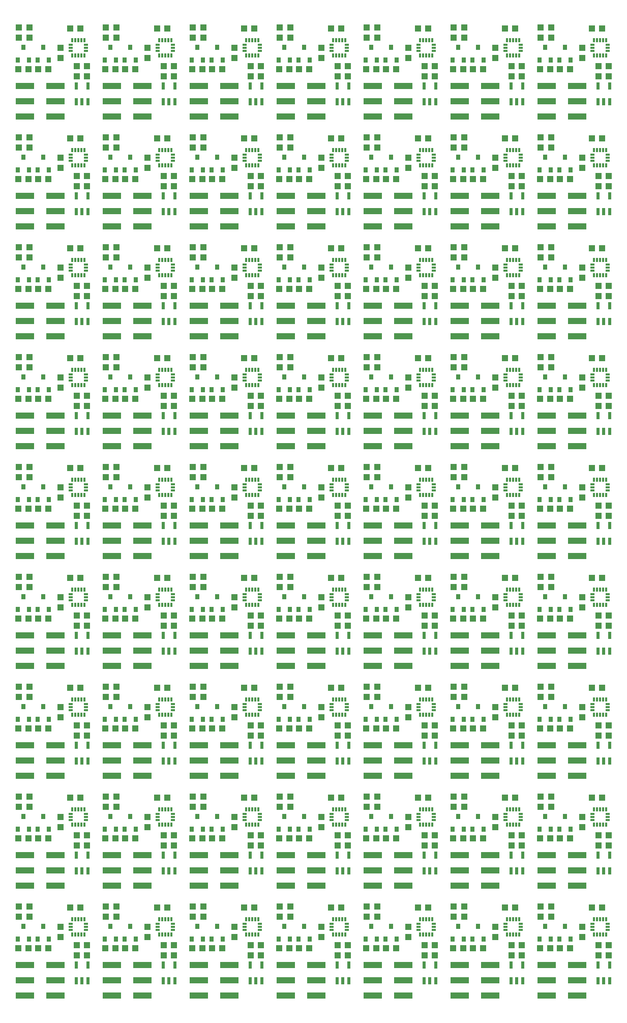
<source format=gtp>
G04 EAGLE Gerber RS-274X export*
G75*
%MOMM*%
%FSLAX34Y34*%
%LPD*%
%INSolderpaste Top*%
%IPPOS*%
%AMOC8*
5,1,8,0,0,1.08239X$1,22.5*%
G01*
%ADD10R,1.100000X1.000000*%
%ADD11R,1.000000X1.100000*%
%ADD12R,0.550000X1.200000*%
%ADD13R,3.170000X1.000000*%
%ADD14R,0.800000X0.900000*%
%ADD15R,0.800000X0.300000*%
%ADD16R,0.300000X0.800000*%


D10*
X112150Y96520D03*
X129150Y96520D03*
D11*
X84328Y126864D03*
X84328Y109864D03*
D10*
X112150Y80010D03*
X129150Y80010D03*
D12*
X111150Y37799D03*
X120650Y37799D03*
X130150Y37799D03*
X130150Y63801D03*
X111150Y63801D03*
D10*
X117720Y159020D03*
X100720Y159020D03*
D13*
X76200Y38100D03*
X25400Y38100D03*
X25400Y12700D03*
X76200Y12700D03*
X76200Y63500D03*
X25400Y63500D03*
D14*
X13360Y106840D03*
X32360Y106840D03*
X22860Y127840D03*
X46380Y106840D03*
X65380Y106840D03*
X55880Y127840D03*
D11*
X15240Y143900D03*
X15240Y160900D03*
D10*
X31360Y91440D03*
X14360Y91440D03*
X64380Y91440D03*
X47380Y91440D03*
D11*
X33020Y143900D03*
X33020Y160900D03*
D15*
X127050Y127000D03*
X127050Y122000D03*
D16*
X124300Y114250D03*
X119300Y114250D03*
X114300Y114250D03*
X109300Y114250D03*
X104300Y114250D03*
D15*
X127050Y132000D03*
X101550Y127000D03*
X101550Y132000D03*
X101550Y122000D03*
D16*
X114300Y139750D03*
X119300Y139750D03*
X124300Y139750D03*
X109300Y139750D03*
X104300Y139750D03*
D10*
X256930Y96520D03*
X273930Y96520D03*
D11*
X229108Y126864D03*
X229108Y109864D03*
D10*
X256930Y80010D03*
X273930Y80010D03*
D12*
X255930Y37799D03*
X265430Y37799D03*
X274930Y37799D03*
X274930Y63801D03*
X255930Y63801D03*
D10*
X262500Y159020D03*
X245500Y159020D03*
D13*
X220980Y38100D03*
X170180Y38100D03*
X170180Y12700D03*
X220980Y12700D03*
X220980Y63500D03*
X170180Y63500D03*
D14*
X158140Y106840D03*
X177140Y106840D03*
X167640Y127840D03*
X191160Y106840D03*
X210160Y106840D03*
X200660Y127840D03*
D11*
X160020Y143900D03*
X160020Y160900D03*
D10*
X176140Y91440D03*
X159140Y91440D03*
X209160Y91440D03*
X192160Y91440D03*
D11*
X177800Y143900D03*
X177800Y160900D03*
D15*
X271830Y127000D03*
X271830Y122000D03*
D16*
X269080Y114250D03*
X264080Y114250D03*
X259080Y114250D03*
X254080Y114250D03*
X249080Y114250D03*
D15*
X271830Y132000D03*
X246330Y127000D03*
X246330Y132000D03*
X246330Y122000D03*
D16*
X259080Y139750D03*
X264080Y139750D03*
X269080Y139750D03*
X254080Y139750D03*
X249080Y139750D03*
D10*
X401710Y96520D03*
X418710Y96520D03*
D11*
X373888Y126864D03*
X373888Y109864D03*
D10*
X401710Y80010D03*
X418710Y80010D03*
D12*
X400710Y37799D03*
X410210Y37799D03*
X419710Y37799D03*
X419710Y63801D03*
X400710Y63801D03*
D10*
X407280Y159020D03*
X390280Y159020D03*
D13*
X365760Y38100D03*
X314960Y38100D03*
X314960Y12700D03*
X365760Y12700D03*
X365760Y63500D03*
X314960Y63500D03*
D14*
X302920Y106840D03*
X321920Y106840D03*
X312420Y127840D03*
X335940Y106840D03*
X354940Y106840D03*
X345440Y127840D03*
D11*
X304800Y143900D03*
X304800Y160900D03*
D10*
X320920Y91440D03*
X303920Y91440D03*
X353940Y91440D03*
X336940Y91440D03*
D11*
X322580Y143900D03*
X322580Y160900D03*
D15*
X416610Y127000D03*
X416610Y122000D03*
D16*
X413860Y114250D03*
X408860Y114250D03*
X403860Y114250D03*
X398860Y114250D03*
X393860Y114250D03*
D15*
X416610Y132000D03*
X391110Y127000D03*
X391110Y132000D03*
X391110Y122000D03*
D16*
X403860Y139750D03*
X408860Y139750D03*
X413860Y139750D03*
X398860Y139750D03*
X393860Y139750D03*
D10*
X546490Y96520D03*
X563490Y96520D03*
D11*
X518668Y126864D03*
X518668Y109864D03*
D10*
X546490Y80010D03*
X563490Y80010D03*
D12*
X545490Y37799D03*
X554990Y37799D03*
X564490Y37799D03*
X564490Y63801D03*
X545490Y63801D03*
D10*
X552060Y159020D03*
X535060Y159020D03*
D13*
X510540Y38100D03*
X459740Y38100D03*
X459740Y12700D03*
X510540Y12700D03*
X510540Y63500D03*
X459740Y63500D03*
D14*
X447700Y106840D03*
X466700Y106840D03*
X457200Y127840D03*
X480720Y106840D03*
X499720Y106840D03*
X490220Y127840D03*
D11*
X449580Y143900D03*
X449580Y160900D03*
D10*
X465700Y91440D03*
X448700Y91440D03*
X498720Y91440D03*
X481720Y91440D03*
D11*
X467360Y143900D03*
X467360Y160900D03*
D15*
X561390Y127000D03*
X561390Y122000D03*
D16*
X558640Y114250D03*
X553640Y114250D03*
X548640Y114250D03*
X543640Y114250D03*
X538640Y114250D03*
D15*
X561390Y132000D03*
X535890Y127000D03*
X535890Y132000D03*
X535890Y122000D03*
D16*
X548640Y139750D03*
X553640Y139750D03*
X558640Y139750D03*
X543640Y139750D03*
X538640Y139750D03*
D10*
X691270Y96520D03*
X708270Y96520D03*
D11*
X663448Y126864D03*
X663448Y109864D03*
D10*
X691270Y80010D03*
X708270Y80010D03*
D12*
X690270Y37799D03*
X699770Y37799D03*
X709270Y37799D03*
X709270Y63801D03*
X690270Y63801D03*
D10*
X696840Y159020D03*
X679840Y159020D03*
D13*
X655320Y38100D03*
X604520Y38100D03*
X604520Y12700D03*
X655320Y12700D03*
X655320Y63500D03*
X604520Y63500D03*
D14*
X592480Y106840D03*
X611480Y106840D03*
X601980Y127840D03*
X625500Y106840D03*
X644500Y106840D03*
X635000Y127840D03*
D11*
X594360Y143900D03*
X594360Y160900D03*
D10*
X610480Y91440D03*
X593480Y91440D03*
X643500Y91440D03*
X626500Y91440D03*
D11*
X612140Y143900D03*
X612140Y160900D03*
D15*
X706170Y127000D03*
X706170Y122000D03*
D16*
X703420Y114250D03*
X698420Y114250D03*
X693420Y114250D03*
X688420Y114250D03*
X683420Y114250D03*
D15*
X706170Y132000D03*
X680670Y127000D03*
X680670Y132000D03*
X680670Y122000D03*
D16*
X693420Y139750D03*
X698420Y139750D03*
X703420Y139750D03*
X688420Y139750D03*
X683420Y139750D03*
D10*
X836050Y96520D03*
X853050Y96520D03*
D11*
X808228Y126864D03*
X808228Y109864D03*
D10*
X836050Y80010D03*
X853050Y80010D03*
D12*
X835050Y37799D03*
X844550Y37799D03*
X854050Y37799D03*
X854050Y63801D03*
X835050Y63801D03*
D10*
X841620Y159020D03*
X824620Y159020D03*
D13*
X800100Y38100D03*
X749300Y38100D03*
X749300Y12700D03*
X800100Y12700D03*
X800100Y63500D03*
X749300Y63500D03*
D14*
X737260Y106840D03*
X756260Y106840D03*
X746760Y127840D03*
X770280Y106840D03*
X789280Y106840D03*
X779780Y127840D03*
D11*
X739140Y143900D03*
X739140Y160900D03*
D10*
X755260Y91440D03*
X738260Y91440D03*
X788280Y91440D03*
X771280Y91440D03*
D11*
X756920Y143900D03*
X756920Y160900D03*
D15*
X850950Y127000D03*
X850950Y122000D03*
D16*
X848200Y114250D03*
X843200Y114250D03*
X838200Y114250D03*
X833200Y114250D03*
X828200Y114250D03*
D15*
X850950Y132000D03*
X825450Y127000D03*
X825450Y132000D03*
X825450Y122000D03*
D16*
X838200Y139750D03*
X843200Y139750D03*
X848200Y139750D03*
X833200Y139750D03*
X828200Y139750D03*
D10*
X980830Y96520D03*
X997830Y96520D03*
D11*
X953008Y126864D03*
X953008Y109864D03*
D10*
X980830Y80010D03*
X997830Y80010D03*
D12*
X979830Y37799D03*
X989330Y37799D03*
X998830Y37799D03*
X998830Y63801D03*
X979830Y63801D03*
D10*
X986400Y159020D03*
X969400Y159020D03*
D13*
X944880Y38100D03*
X894080Y38100D03*
X894080Y12700D03*
X944880Y12700D03*
X944880Y63500D03*
X894080Y63500D03*
D14*
X882040Y106840D03*
X901040Y106840D03*
X891540Y127840D03*
X915060Y106840D03*
X934060Y106840D03*
X924560Y127840D03*
D11*
X883920Y143900D03*
X883920Y160900D03*
D10*
X900040Y91440D03*
X883040Y91440D03*
X933060Y91440D03*
X916060Y91440D03*
D11*
X901700Y143900D03*
X901700Y160900D03*
D15*
X995730Y127000D03*
X995730Y122000D03*
D16*
X992980Y114250D03*
X987980Y114250D03*
X982980Y114250D03*
X977980Y114250D03*
X972980Y114250D03*
D15*
X995730Y132000D03*
X970230Y127000D03*
X970230Y132000D03*
X970230Y122000D03*
D16*
X982980Y139750D03*
X987980Y139750D03*
X992980Y139750D03*
X977980Y139750D03*
X972980Y139750D03*
D10*
X112150Y279400D03*
X129150Y279400D03*
D11*
X84328Y309744D03*
X84328Y292744D03*
D10*
X112150Y262890D03*
X129150Y262890D03*
D12*
X111150Y220679D03*
X120650Y220679D03*
X130150Y220679D03*
X130150Y246681D03*
X111150Y246681D03*
D10*
X117720Y341900D03*
X100720Y341900D03*
D13*
X76200Y220980D03*
X25400Y220980D03*
X25400Y195580D03*
X76200Y195580D03*
X76200Y246380D03*
X25400Y246380D03*
D14*
X13360Y289720D03*
X32360Y289720D03*
X22860Y310720D03*
X46380Y289720D03*
X65380Y289720D03*
X55880Y310720D03*
D11*
X15240Y326780D03*
X15240Y343780D03*
D10*
X31360Y274320D03*
X14360Y274320D03*
X64380Y274320D03*
X47380Y274320D03*
D11*
X33020Y326780D03*
X33020Y343780D03*
D15*
X127050Y309880D03*
X127050Y304880D03*
D16*
X124300Y297130D03*
X119300Y297130D03*
X114300Y297130D03*
X109300Y297130D03*
X104300Y297130D03*
D15*
X127050Y314880D03*
X101550Y309880D03*
X101550Y314880D03*
X101550Y304880D03*
D16*
X114300Y322630D03*
X119300Y322630D03*
X124300Y322630D03*
X109300Y322630D03*
X104300Y322630D03*
D10*
X256930Y279400D03*
X273930Y279400D03*
D11*
X229108Y309744D03*
X229108Y292744D03*
D10*
X256930Y262890D03*
X273930Y262890D03*
D12*
X255930Y220679D03*
X265430Y220679D03*
X274930Y220679D03*
X274930Y246681D03*
X255930Y246681D03*
D10*
X262500Y341900D03*
X245500Y341900D03*
D13*
X220980Y220980D03*
X170180Y220980D03*
X170180Y195580D03*
X220980Y195580D03*
X220980Y246380D03*
X170180Y246380D03*
D14*
X158140Y289720D03*
X177140Y289720D03*
X167640Y310720D03*
X191160Y289720D03*
X210160Y289720D03*
X200660Y310720D03*
D11*
X160020Y326780D03*
X160020Y343780D03*
D10*
X176140Y274320D03*
X159140Y274320D03*
X209160Y274320D03*
X192160Y274320D03*
D11*
X177800Y326780D03*
X177800Y343780D03*
D15*
X271830Y309880D03*
X271830Y304880D03*
D16*
X269080Y297130D03*
X264080Y297130D03*
X259080Y297130D03*
X254080Y297130D03*
X249080Y297130D03*
D15*
X271830Y314880D03*
X246330Y309880D03*
X246330Y314880D03*
X246330Y304880D03*
D16*
X259080Y322630D03*
X264080Y322630D03*
X269080Y322630D03*
X254080Y322630D03*
X249080Y322630D03*
D10*
X401710Y279400D03*
X418710Y279400D03*
D11*
X373888Y309744D03*
X373888Y292744D03*
D10*
X401710Y262890D03*
X418710Y262890D03*
D12*
X400710Y220679D03*
X410210Y220679D03*
X419710Y220679D03*
X419710Y246681D03*
X400710Y246681D03*
D10*
X407280Y341900D03*
X390280Y341900D03*
D13*
X365760Y220980D03*
X314960Y220980D03*
X314960Y195580D03*
X365760Y195580D03*
X365760Y246380D03*
X314960Y246380D03*
D14*
X302920Y289720D03*
X321920Y289720D03*
X312420Y310720D03*
X335940Y289720D03*
X354940Y289720D03*
X345440Y310720D03*
D11*
X304800Y326780D03*
X304800Y343780D03*
D10*
X320920Y274320D03*
X303920Y274320D03*
X353940Y274320D03*
X336940Y274320D03*
D11*
X322580Y326780D03*
X322580Y343780D03*
D15*
X416610Y309880D03*
X416610Y304880D03*
D16*
X413860Y297130D03*
X408860Y297130D03*
X403860Y297130D03*
X398860Y297130D03*
X393860Y297130D03*
D15*
X416610Y314880D03*
X391110Y309880D03*
X391110Y314880D03*
X391110Y304880D03*
D16*
X403860Y322630D03*
X408860Y322630D03*
X413860Y322630D03*
X398860Y322630D03*
X393860Y322630D03*
D10*
X546490Y279400D03*
X563490Y279400D03*
D11*
X518668Y309744D03*
X518668Y292744D03*
D10*
X546490Y262890D03*
X563490Y262890D03*
D12*
X545490Y220679D03*
X554990Y220679D03*
X564490Y220679D03*
X564490Y246681D03*
X545490Y246681D03*
D10*
X552060Y341900D03*
X535060Y341900D03*
D13*
X510540Y220980D03*
X459740Y220980D03*
X459740Y195580D03*
X510540Y195580D03*
X510540Y246380D03*
X459740Y246380D03*
D14*
X447700Y289720D03*
X466700Y289720D03*
X457200Y310720D03*
X480720Y289720D03*
X499720Y289720D03*
X490220Y310720D03*
D11*
X449580Y326780D03*
X449580Y343780D03*
D10*
X465700Y274320D03*
X448700Y274320D03*
X498720Y274320D03*
X481720Y274320D03*
D11*
X467360Y326780D03*
X467360Y343780D03*
D15*
X561390Y309880D03*
X561390Y304880D03*
D16*
X558640Y297130D03*
X553640Y297130D03*
X548640Y297130D03*
X543640Y297130D03*
X538640Y297130D03*
D15*
X561390Y314880D03*
X535890Y309880D03*
X535890Y314880D03*
X535890Y304880D03*
D16*
X548640Y322630D03*
X553640Y322630D03*
X558640Y322630D03*
X543640Y322630D03*
X538640Y322630D03*
D10*
X691270Y279400D03*
X708270Y279400D03*
D11*
X663448Y309744D03*
X663448Y292744D03*
D10*
X691270Y262890D03*
X708270Y262890D03*
D12*
X690270Y220679D03*
X699770Y220679D03*
X709270Y220679D03*
X709270Y246681D03*
X690270Y246681D03*
D10*
X696840Y341900D03*
X679840Y341900D03*
D13*
X655320Y220980D03*
X604520Y220980D03*
X604520Y195580D03*
X655320Y195580D03*
X655320Y246380D03*
X604520Y246380D03*
D14*
X592480Y289720D03*
X611480Y289720D03*
X601980Y310720D03*
X625500Y289720D03*
X644500Y289720D03*
X635000Y310720D03*
D11*
X594360Y326780D03*
X594360Y343780D03*
D10*
X610480Y274320D03*
X593480Y274320D03*
X643500Y274320D03*
X626500Y274320D03*
D11*
X612140Y326780D03*
X612140Y343780D03*
D15*
X706170Y309880D03*
X706170Y304880D03*
D16*
X703420Y297130D03*
X698420Y297130D03*
X693420Y297130D03*
X688420Y297130D03*
X683420Y297130D03*
D15*
X706170Y314880D03*
X680670Y309880D03*
X680670Y314880D03*
X680670Y304880D03*
D16*
X693420Y322630D03*
X698420Y322630D03*
X703420Y322630D03*
X688420Y322630D03*
X683420Y322630D03*
D10*
X836050Y279400D03*
X853050Y279400D03*
D11*
X808228Y309744D03*
X808228Y292744D03*
D10*
X836050Y262890D03*
X853050Y262890D03*
D12*
X835050Y220679D03*
X844550Y220679D03*
X854050Y220679D03*
X854050Y246681D03*
X835050Y246681D03*
D10*
X841620Y341900D03*
X824620Y341900D03*
D13*
X800100Y220980D03*
X749300Y220980D03*
X749300Y195580D03*
X800100Y195580D03*
X800100Y246380D03*
X749300Y246380D03*
D14*
X737260Y289720D03*
X756260Y289720D03*
X746760Y310720D03*
X770280Y289720D03*
X789280Y289720D03*
X779780Y310720D03*
D11*
X739140Y326780D03*
X739140Y343780D03*
D10*
X755260Y274320D03*
X738260Y274320D03*
X788280Y274320D03*
X771280Y274320D03*
D11*
X756920Y326780D03*
X756920Y343780D03*
D15*
X850950Y309880D03*
X850950Y304880D03*
D16*
X848200Y297130D03*
X843200Y297130D03*
X838200Y297130D03*
X833200Y297130D03*
X828200Y297130D03*
D15*
X850950Y314880D03*
X825450Y309880D03*
X825450Y314880D03*
X825450Y304880D03*
D16*
X838200Y322630D03*
X843200Y322630D03*
X848200Y322630D03*
X833200Y322630D03*
X828200Y322630D03*
D10*
X980830Y279400D03*
X997830Y279400D03*
D11*
X953008Y309744D03*
X953008Y292744D03*
D10*
X980830Y262890D03*
X997830Y262890D03*
D12*
X979830Y220679D03*
X989330Y220679D03*
X998830Y220679D03*
X998830Y246681D03*
X979830Y246681D03*
D10*
X986400Y341900D03*
X969400Y341900D03*
D13*
X944880Y220980D03*
X894080Y220980D03*
X894080Y195580D03*
X944880Y195580D03*
X944880Y246380D03*
X894080Y246380D03*
D14*
X882040Y289720D03*
X901040Y289720D03*
X891540Y310720D03*
X915060Y289720D03*
X934060Y289720D03*
X924560Y310720D03*
D11*
X883920Y326780D03*
X883920Y343780D03*
D10*
X900040Y274320D03*
X883040Y274320D03*
X933060Y274320D03*
X916060Y274320D03*
D11*
X901700Y326780D03*
X901700Y343780D03*
D15*
X995730Y309880D03*
X995730Y304880D03*
D16*
X992980Y297130D03*
X987980Y297130D03*
X982980Y297130D03*
X977980Y297130D03*
X972980Y297130D03*
D15*
X995730Y314880D03*
X970230Y309880D03*
X970230Y314880D03*
X970230Y304880D03*
D16*
X982980Y322630D03*
X987980Y322630D03*
X992980Y322630D03*
X977980Y322630D03*
X972980Y322630D03*
D10*
X112150Y462280D03*
X129150Y462280D03*
D11*
X84328Y492624D03*
X84328Y475624D03*
D10*
X112150Y445770D03*
X129150Y445770D03*
D12*
X111150Y403559D03*
X120650Y403559D03*
X130150Y403559D03*
X130150Y429561D03*
X111150Y429561D03*
D10*
X117720Y524780D03*
X100720Y524780D03*
D13*
X76200Y403860D03*
X25400Y403860D03*
X25400Y378460D03*
X76200Y378460D03*
X76200Y429260D03*
X25400Y429260D03*
D14*
X13360Y472600D03*
X32360Y472600D03*
X22860Y493600D03*
X46380Y472600D03*
X65380Y472600D03*
X55880Y493600D03*
D11*
X15240Y509660D03*
X15240Y526660D03*
D10*
X31360Y457200D03*
X14360Y457200D03*
X64380Y457200D03*
X47380Y457200D03*
D11*
X33020Y509660D03*
X33020Y526660D03*
D15*
X127050Y492760D03*
X127050Y487760D03*
D16*
X124300Y480010D03*
X119300Y480010D03*
X114300Y480010D03*
X109300Y480010D03*
X104300Y480010D03*
D15*
X127050Y497760D03*
X101550Y492760D03*
X101550Y497760D03*
X101550Y487760D03*
D16*
X114300Y505510D03*
X119300Y505510D03*
X124300Y505510D03*
X109300Y505510D03*
X104300Y505510D03*
D10*
X256930Y462280D03*
X273930Y462280D03*
D11*
X229108Y492624D03*
X229108Y475624D03*
D10*
X256930Y445770D03*
X273930Y445770D03*
D12*
X255930Y403559D03*
X265430Y403559D03*
X274930Y403559D03*
X274930Y429561D03*
X255930Y429561D03*
D10*
X262500Y524780D03*
X245500Y524780D03*
D13*
X220980Y403860D03*
X170180Y403860D03*
X170180Y378460D03*
X220980Y378460D03*
X220980Y429260D03*
X170180Y429260D03*
D14*
X158140Y472600D03*
X177140Y472600D03*
X167640Y493600D03*
X191160Y472600D03*
X210160Y472600D03*
X200660Y493600D03*
D11*
X160020Y509660D03*
X160020Y526660D03*
D10*
X176140Y457200D03*
X159140Y457200D03*
X209160Y457200D03*
X192160Y457200D03*
D11*
X177800Y509660D03*
X177800Y526660D03*
D15*
X271830Y492760D03*
X271830Y487760D03*
D16*
X269080Y480010D03*
X264080Y480010D03*
X259080Y480010D03*
X254080Y480010D03*
X249080Y480010D03*
D15*
X271830Y497760D03*
X246330Y492760D03*
X246330Y497760D03*
X246330Y487760D03*
D16*
X259080Y505510D03*
X264080Y505510D03*
X269080Y505510D03*
X254080Y505510D03*
X249080Y505510D03*
D10*
X401710Y462280D03*
X418710Y462280D03*
D11*
X373888Y492624D03*
X373888Y475624D03*
D10*
X401710Y445770D03*
X418710Y445770D03*
D12*
X400710Y403559D03*
X410210Y403559D03*
X419710Y403559D03*
X419710Y429561D03*
X400710Y429561D03*
D10*
X407280Y524780D03*
X390280Y524780D03*
D13*
X365760Y403860D03*
X314960Y403860D03*
X314960Y378460D03*
X365760Y378460D03*
X365760Y429260D03*
X314960Y429260D03*
D14*
X302920Y472600D03*
X321920Y472600D03*
X312420Y493600D03*
X335940Y472600D03*
X354940Y472600D03*
X345440Y493600D03*
D11*
X304800Y509660D03*
X304800Y526660D03*
D10*
X320920Y457200D03*
X303920Y457200D03*
X353940Y457200D03*
X336940Y457200D03*
D11*
X322580Y509660D03*
X322580Y526660D03*
D15*
X416610Y492760D03*
X416610Y487760D03*
D16*
X413860Y480010D03*
X408860Y480010D03*
X403860Y480010D03*
X398860Y480010D03*
X393860Y480010D03*
D15*
X416610Y497760D03*
X391110Y492760D03*
X391110Y497760D03*
X391110Y487760D03*
D16*
X403860Y505510D03*
X408860Y505510D03*
X413860Y505510D03*
X398860Y505510D03*
X393860Y505510D03*
D10*
X546490Y462280D03*
X563490Y462280D03*
D11*
X518668Y492624D03*
X518668Y475624D03*
D10*
X546490Y445770D03*
X563490Y445770D03*
D12*
X545490Y403559D03*
X554990Y403559D03*
X564490Y403559D03*
X564490Y429561D03*
X545490Y429561D03*
D10*
X552060Y524780D03*
X535060Y524780D03*
D13*
X510540Y403860D03*
X459740Y403860D03*
X459740Y378460D03*
X510540Y378460D03*
X510540Y429260D03*
X459740Y429260D03*
D14*
X447700Y472600D03*
X466700Y472600D03*
X457200Y493600D03*
X480720Y472600D03*
X499720Y472600D03*
X490220Y493600D03*
D11*
X449580Y509660D03*
X449580Y526660D03*
D10*
X465700Y457200D03*
X448700Y457200D03*
X498720Y457200D03*
X481720Y457200D03*
D11*
X467360Y509660D03*
X467360Y526660D03*
D15*
X561390Y492760D03*
X561390Y487760D03*
D16*
X558640Y480010D03*
X553640Y480010D03*
X548640Y480010D03*
X543640Y480010D03*
X538640Y480010D03*
D15*
X561390Y497760D03*
X535890Y492760D03*
X535890Y497760D03*
X535890Y487760D03*
D16*
X548640Y505510D03*
X553640Y505510D03*
X558640Y505510D03*
X543640Y505510D03*
X538640Y505510D03*
D10*
X691270Y462280D03*
X708270Y462280D03*
D11*
X663448Y492624D03*
X663448Y475624D03*
D10*
X691270Y445770D03*
X708270Y445770D03*
D12*
X690270Y403559D03*
X699770Y403559D03*
X709270Y403559D03*
X709270Y429561D03*
X690270Y429561D03*
D10*
X696840Y524780D03*
X679840Y524780D03*
D13*
X655320Y403860D03*
X604520Y403860D03*
X604520Y378460D03*
X655320Y378460D03*
X655320Y429260D03*
X604520Y429260D03*
D14*
X592480Y472600D03*
X611480Y472600D03*
X601980Y493600D03*
X625500Y472600D03*
X644500Y472600D03*
X635000Y493600D03*
D11*
X594360Y509660D03*
X594360Y526660D03*
D10*
X610480Y457200D03*
X593480Y457200D03*
X643500Y457200D03*
X626500Y457200D03*
D11*
X612140Y509660D03*
X612140Y526660D03*
D15*
X706170Y492760D03*
X706170Y487760D03*
D16*
X703420Y480010D03*
X698420Y480010D03*
X693420Y480010D03*
X688420Y480010D03*
X683420Y480010D03*
D15*
X706170Y497760D03*
X680670Y492760D03*
X680670Y497760D03*
X680670Y487760D03*
D16*
X693420Y505510D03*
X698420Y505510D03*
X703420Y505510D03*
X688420Y505510D03*
X683420Y505510D03*
D10*
X836050Y462280D03*
X853050Y462280D03*
D11*
X808228Y492624D03*
X808228Y475624D03*
D10*
X836050Y445770D03*
X853050Y445770D03*
D12*
X835050Y403559D03*
X844550Y403559D03*
X854050Y403559D03*
X854050Y429561D03*
X835050Y429561D03*
D10*
X841620Y524780D03*
X824620Y524780D03*
D13*
X800100Y403860D03*
X749300Y403860D03*
X749300Y378460D03*
X800100Y378460D03*
X800100Y429260D03*
X749300Y429260D03*
D14*
X737260Y472600D03*
X756260Y472600D03*
X746760Y493600D03*
X770280Y472600D03*
X789280Y472600D03*
X779780Y493600D03*
D11*
X739140Y509660D03*
X739140Y526660D03*
D10*
X755260Y457200D03*
X738260Y457200D03*
X788280Y457200D03*
X771280Y457200D03*
D11*
X756920Y509660D03*
X756920Y526660D03*
D15*
X850950Y492760D03*
X850950Y487760D03*
D16*
X848200Y480010D03*
X843200Y480010D03*
X838200Y480010D03*
X833200Y480010D03*
X828200Y480010D03*
D15*
X850950Y497760D03*
X825450Y492760D03*
X825450Y497760D03*
X825450Y487760D03*
D16*
X838200Y505510D03*
X843200Y505510D03*
X848200Y505510D03*
X833200Y505510D03*
X828200Y505510D03*
D10*
X980830Y462280D03*
X997830Y462280D03*
D11*
X953008Y492624D03*
X953008Y475624D03*
D10*
X980830Y445770D03*
X997830Y445770D03*
D12*
X979830Y403559D03*
X989330Y403559D03*
X998830Y403559D03*
X998830Y429561D03*
X979830Y429561D03*
D10*
X986400Y524780D03*
X969400Y524780D03*
D13*
X944880Y403860D03*
X894080Y403860D03*
X894080Y378460D03*
X944880Y378460D03*
X944880Y429260D03*
X894080Y429260D03*
D14*
X882040Y472600D03*
X901040Y472600D03*
X891540Y493600D03*
X915060Y472600D03*
X934060Y472600D03*
X924560Y493600D03*
D11*
X883920Y509660D03*
X883920Y526660D03*
D10*
X900040Y457200D03*
X883040Y457200D03*
X933060Y457200D03*
X916060Y457200D03*
D11*
X901700Y509660D03*
X901700Y526660D03*
D15*
X995730Y492760D03*
X995730Y487760D03*
D16*
X992980Y480010D03*
X987980Y480010D03*
X982980Y480010D03*
X977980Y480010D03*
X972980Y480010D03*
D15*
X995730Y497760D03*
X970230Y492760D03*
X970230Y497760D03*
X970230Y487760D03*
D16*
X982980Y505510D03*
X987980Y505510D03*
X992980Y505510D03*
X977980Y505510D03*
X972980Y505510D03*
D10*
X112150Y645160D03*
X129150Y645160D03*
D11*
X84328Y675504D03*
X84328Y658504D03*
D10*
X112150Y628650D03*
X129150Y628650D03*
D12*
X111150Y586439D03*
X120650Y586439D03*
X130150Y586439D03*
X130150Y612441D03*
X111150Y612441D03*
D10*
X117720Y707660D03*
X100720Y707660D03*
D13*
X76200Y586740D03*
X25400Y586740D03*
X25400Y561340D03*
X76200Y561340D03*
X76200Y612140D03*
X25400Y612140D03*
D14*
X13360Y655480D03*
X32360Y655480D03*
X22860Y676480D03*
X46380Y655480D03*
X65380Y655480D03*
X55880Y676480D03*
D11*
X15240Y692540D03*
X15240Y709540D03*
D10*
X31360Y640080D03*
X14360Y640080D03*
X64380Y640080D03*
X47380Y640080D03*
D11*
X33020Y692540D03*
X33020Y709540D03*
D15*
X127050Y675640D03*
X127050Y670640D03*
D16*
X124300Y662890D03*
X119300Y662890D03*
X114300Y662890D03*
X109300Y662890D03*
X104300Y662890D03*
D15*
X127050Y680640D03*
X101550Y675640D03*
X101550Y680640D03*
X101550Y670640D03*
D16*
X114300Y688390D03*
X119300Y688390D03*
X124300Y688390D03*
X109300Y688390D03*
X104300Y688390D03*
D10*
X256930Y645160D03*
X273930Y645160D03*
D11*
X229108Y675504D03*
X229108Y658504D03*
D10*
X256930Y628650D03*
X273930Y628650D03*
D12*
X255930Y586439D03*
X265430Y586439D03*
X274930Y586439D03*
X274930Y612441D03*
X255930Y612441D03*
D10*
X262500Y707660D03*
X245500Y707660D03*
D13*
X220980Y586740D03*
X170180Y586740D03*
X170180Y561340D03*
X220980Y561340D03*
X220980Y612140D03*
X170180Y612140D03*
D14*
X158140Y655480D03*
X177140Y655480D03*
X167640Y676480D03*
X191160Y655480D03*
X210160Y655480D03*
X200660Y676480D03*
D11*
X160020Y692540D03*
X160020Y709540D03*
D10*
X176140Y640080D03*
X159140Y640080D03*
X209160Y640080D03*
X192160Y640080D03*
D11*
X177800Y692540D03*
X177800Y709540D03*
D15*
X271830Y675640D03*
X271830Y670640D03*
D16*
X269080Y662890D03*
X264080Y662890D03*
X259080Y662890D03*
X254080Y662890D03*
X249080Y662890D03*
D15*
X271830Y680640D03*
X246330Y675640D03*
X246330Y680640D03*
X246330Y670640D03*
D16*
X259080Y688390D03*
X264080Y688390D03*
X269080Y688390D03*
X254080Y688390D03*
X249080Y688390D03*
D10*
X401710Y645160D03*
X418710Y645160D03*
D11*
X373888Y675504D03*
X373888Y658504D03*
D10*
X401710Y628650D03*
X418710Y628650D03*
D12*
X400710Y586439D03*
X410210Y586439D03*
X419710Y586439D03*
X419710Y612441D03*
X400710Y612441D03*
D10*
X407280Y707660D03*
X390280Y707660D03*
D13*
X365760Y586740D03*
X314960Y586740D03*
X314960Y561340D03*
X365760Y561340D03*
X365760Y612140D03*
X314960Y612140D03*
D14*
X302920Y655480D03*
X321920Y655480D03*
X312420Y676480D03*
X335940Y655480D03*
X354940Y655480D03*
X345440Y676480D03*
D11*
X304800Y692540D03*
X304800Y709540D03*
D10*
X320920Y640080D03*
X303920Y640080D03*
X353940Y640080D03*
X336940Y640080D03*
D11*
X322580Y692540D03*
X322580Y709540D03*
D15*
X416610Y675640D03*
X416610Y670640D03*
D16*
X413860Y662890D03*
X408860Y662890D03*
X403860Y662890D03*
X398860Y662890D03*
X393860Y662890D03*
D15*
X416610Y680640D03*
X391110Y675640D03*
X391110Y680640D03*
X391110Y670640D03*
D16*
X403860Y688390D03*
X408860Y688390D03*
X413860Y688390D03*
X398860Y688390D03*
X393860Y688390D03*
D10*
X546490Y645160D03*
X563490Y645160D03*
D11*
X518668Y675504D03*
X518668Y658504D03*
D10*
X546490Y628650D03*
X563490Y628650D03*
D12*
X545490Y586439D03*
X554990Y586439D03*
X564490Y586439D03*
X564490Y612441D03*
X545490Y612441D03*
D10*
X552060Y707660D03*
X535060Y707660D03*
D13*
X510540Y586740D03*
X459740Y586740D03*
X459740Y561340D03*
X510540Y561340D03*
X510540Y612140D03*
X459740Y612140D03*
D14*
X447700Y655480D03*
X466700Y655480D03*
X457200Y676480D03*
X480720Y655480D03*
X499720Y655480D03*
X490220Y676480D03*
D11*
X449580Y692540D03*
X449580Y709540D03*
D10*
X465700Y640080D03*
X448700Y640080D03*
X498720Y640080D03*
X481720Y640080D03*
D11*
X467360Y692540D03*
X467360Y709540D03*
D15*
X561390Y675640D03*
X561390Y670640D03*
D16*
X558640Y662890D03*
X553640Y662890D03*
X548640Y662890D03*
X543640Y662890D03*
X538640Y662890D03*
D15*
X561390Y680640D03*
X535890Y675640D03*
X535890Y680640D03*
X535890Y670640D03*
D16*
X548640Y688390D03*
X553640Y688390D03*
X558640Y688390D03*
X543640Y688390D03*
X538640Y688390D03*
D10*
X691270Y645160D03*
X708270Y645160D03*
D11*
X663448Y675504D03*
X663448Y658504D03*
D10*
X691270Y628650D03*
X708270Y628650D03*
D12*
X690270Y586439D03*
X699770Y586439D03*
X709270Y586439D03*
X709270Y612441D03*
X690270Y612441D03*
D10*
X696840Y707660D03*
X679840Y707660D03*
D13*
X655320Y586740D03*
X604520Y586740D03*
X604520Y561340D03*
X655320Y561340D03*
X655320Y612140D03*
X604520Y612140D03*
D14*
X592480Y655480D03*
X611480Y655480D03*
X601980Y676480D03*
X625500Y655480D03*
X644500Y655480D03*
X635000Y676480D03*
D11*
X594360Y692540D03*
X594360Y709540D03*
D10*
X610480Y640080D03*
X593480Y640080D03*
X643500Y640080D03*
X626500Y640080D03*
D11*
X612140Y692540D03*
X612140Y709540D03*
D15*
X706170Y675640D03*
X706170Y670640D03*
D16*
X703420Y662890D03*
X698420Y662890D03*
X693420Y662890D03*
X688420Y662890D03*
X683420Y662890D03*
D15*
X706170Y680640D03*
X680670Y675640D03*
X680670Y680640D03*
X680670Y670640D03*
D16*
X693420Y688390D03*
X698420Y688390D03*
X703420Y688390D03*
X688420Y688390D03*
X683420Y688390D03*
D10*
X836050Y645160D03*
X853050Y645160D03*
D11*
X808228Y675504D03*
X808228Y658504D03*
D10*
X836050Y628650D03*
X853050Y628650D03*
D12*
X835050Y586439D03*
X844550Y586439D03*
X854050Y586439D03*
X854050Y612441D03*
X835050Y612441D03*
D10*
X841620Y707660D03*
X824620Y707660D03*
D13*
X800100Y586740D03*
X749300Y586740D03*
X749300Y561340D03*
X800100Y561340D03*
X800100Y612140D03*
X749300Y612140D03*
D14*
X737260Y655480D03*
X756260Y655480D03*
X746760Y676480D03*
X770280Y655480D03*
X789280Y655480D03*
X779780Y676480D03*
D11*
X739140Y692540D03*
X739140Y709540D03*
D10*
X755260Y640080D03*
X738260Y640080D03*
X788280Y640080D03*
X771280Y640080D03*
D11*
X756920Y692540D03*
X756920Y709540D03*
D15*
X850950Y675640D03*
X850950Y670640D03*
D16*
X848200Y662890D03*
X843200Y662890D03*
X838200Y662890D03*
X833200Y662890D03*
X828200Y662890D03*
D15*
X850950Y680640D03*
X825450Y675640D03*
X825450Y680640D03*
X825450Y670640D03*
D16*
X838200Y688390D03*
X843200Y688390D03*
X848200Y688390D03*
X833200Y688390D03*
X828200Y688390D03*
D10*
X980830Y645160D03*
X997830Y645160D03*
D11*
X953008Y675504D03*
X953008Y658504D03*
D10*
X980830Y628650D03*
X997830Y628650D03*
D12*
X979830Y586439D03*
X989330Y586439D03*
X998830Y586439D03*
X998830Y612441D03*
X979830Y612441D03*
D10*
X986400Y707660D03*
X969400Y707660D03*
D13*
X944880Y586740D03*
X894080Y586740D03*
X894080Y561340D03*
X944880Y561340D03*
X944880Y612140D03*
X894080Y612140D03*
D14*
X882040Y655480D03*
X901040Y655480D03*
X891540Y676480D03*
X915060Y655480D03*
X934060Y655480D03*
X924560Y676480D03*
D11*
X883920Y692540D03*
X883920Y709540D03*
D10*
X900040Y640080D03*
X883040Y640080D03*
X933060Y640080D03*
X916060Y640080D03*
D11*
X901700Y692540D03*
X901700Y709540D03*
D15*
X995730Y675640D03*
X995730Y670640D03*
D16*
X992980Y662890D03*
X987980Y662890D03*
X982980Y662890D03*
X977980Y662890D03*
X972980Y662890D03*
D15*
X995730Y680640D03*
X970230Y675640D03*
X970230Y680640D03*
X970230Y670640D03*
D16*
X982980Y688390D03*
X987980Y688390D03*
X992980Y688390D03*
X977980Y688390D03*
X972980Y688390D03*
D10*
X112150Y828040D03*
X129150Y828040D03*
D11*
X84328Y858384D03*
X84328Y841384D03*
D10*
X112150Y811530D03*
X129150Y811530D03*
D12*
X111150Y769319D03*
X120650Y769319D03*
X130150Y769319D03*
X130150Y795321D03*
X111150Y795321D03*
D10*
X117720Y890540D03*
X100720Y890540D03*
D13*
X76200Y769620D03*
X25400Y769620D03*
X25400Y744220D03*
X76200Y744220D03*
X76200Y795020D03*
X25400Y795020D03*
D14*
X13360Y838360D03*
X32360Y838360D03*
X22860Y859360D03*
X46380Y838360D03*
X65380Y838360D03*
X55880Y859360D03*
D11*
X15240Y875420D03*
X15240Y892420D03*
D10*
X31360Y822960D03*
X14360Y822960D03*
X64380Y822960D03*
X47380Y822960D03*
D11*
X33020Y875420D03*
X33020Y892420D03*
D15*
X127050Y858520D03*
X127050Y853520D03*
D16*
X124300Y845770D03*
X119300Y845770D03*
X114300Y845770D03*
X109300Y845770D03*
X104300Y845770D03*
D15*
X127050Y863520D03*
X101550Y858520D03*
X101550Y863520D03*
X101550Y853520D03*
D16*
X114300Y871270D03*
X119300Y871270D03*
X124300Y871270D03*
X109300Y871270D03*
X104300Y871270D03*
D10*
X256930Y828040D03*
X273930Y828040D03*
D11*
X229108Y858384D03*
X229108Y841384D03*
D10*
X256930Y811530D03*
X273930Y811530D03*
D12*
X255930Y769319D03*
X265430Y769319D03*
X274930Y769319D03*
X274930Y795321D03*
X255930Y795321D03*
D10*
X262500Y890540D03*
X245500Y890540D03*
D13*
X220980Y769620D03*
X170180Y769620D03*
X170180Y744220D03*
X220980Y744220D03*
X220980Y795020D03*
X170180Y795020D03*
D14*
X158140Y838360D03*
X177140Y838360D03*
X167640Y859360D03*
X191160Y838360D03*
X210160Y838360D03*
X200660Y859360D03*
D11*
X160020Y875420D03*
X160020Y892420D03*
D10*
X176140Y822960D03*
X159140Y822960D03*
X209160Y822960D03*
X192160Y822960D03*
D11*
X177800Y875420D03*
X177800Y892420D03*
D15*
X271830Y858520D03*
X271830Y853520D03*
D16*
X269080Y845770D03*
X264080Y845770D03*
X259080Y845770D03*
X254080Y845770D03*
X249080Y845770D03*
D15*
X271830Y863520D03*
X246330Y858520D03*
X246330Y863520D03*
X246330Y853520D03*
D16*
X259080Y871270D03*
X264080Y871270D03*
X269080Y871270D03*
X254080Y871270D03*
X249080Y871270D03*
D10*
X401710Y828040D03*
X418710Y828040D03*
D11*
X373888Y858384D03*
X373888Y841384D03*
D10*
X401710Y811530D03*
X418710Y811530D03*
D12*
X400710Y769319D03*
X410210Y769319D03*
X419710Y769319D03*
X419710Y795321D03*
X400710Y795321D03*
D10*
X407280Y890540D03*
X390280Y890540D03*
D13*
X365760Y769620D03*
X314960Y769620D03*
X314960Y744220D03*
X365760Y744220D03*
X365760Y795020D03*
X314960Y795020D03*
D14*
X302920Y838360D03*
X321920Y838360D03*
X312420Y859360D03*
X335940Y838360D03*
X354940Y838360D03*
X345440Y859360D03*
D11*
X304800Y875420D03*
X304800Y892420D03*
D10*
X320920Y822960D03*
X303920Y822960D03*
X353940Y822960D03*
X336940Y822960D03*
D11*
X322580Y875420D03*
X322580Y892420D03*
D15*
X416610Y858520D03*
X416610Y853520D03*
D16*
X413860Y845770D03*
X408860Y845770D03*
X403860Y845770D03*
X398860Y845770D03*
X393860Y845770D03*
D15*
X416610Y863520D03*
X391110Y858520D03*
X391110Y863520D03*
X391110Y853520D03*
D16*
X403860Y871270D03*
X408860Y871270D03*
X413860Y871270D03*
X398860Y871270D03*
X393860Y871270D03*
D10*
X546490Y828040D03*
X563490Y828040D03*
D11*
X518668Y858384D03*
X518668Y841384D03*
D10*
X546490Y811530D03*
X563490Y811530D03*
D12*
X545490Y769319D03*
X554990Y769319D03*
X564490Y769319D03*
X564490Y795321D03*
X545490Y795321D03*
D10*
X552060Y890540D03*
X535060Y890540D03*
D13*
X510540Y769620D03*
X459740Y769620D03*
X459740Y744220D03*
X510540Y744220D03*
X510540Y795020D03*
X459740Y795020D03*
D14*
X447700Y838360D03*
X466700Y838360D03*
X457200Y859360D03*
X480720Y838360D03*
X499720Y838360D03*
X490220Y859360D03*
D11*
X449580Y875420D03*
X449580Y892420D03*
D10*
X465700Y822960D03*
X448700Y822960D03*
X498720Y822960D03*
X481720Y822960D03*
D11*
X467360Y875420D03*
X467360Y892420D03*
D15*
X561390Y858520D03*
X561390Y853520D03*
D16*
X558640Y845770D03*
X553640Y845770D03*
X548640Y845770D03*
X543640Y845770D03*
X538640Y845770D03*
D15*
X561390Y863520D03*
X535890Y858520D03*
X535890Y863520D03*
X535890Y853520D03*
D16*
X548640Y871270D03*
X553640Y871270D03*
X558640Y871270D03*
X543640Y871270D03*
X538640Y871270D03*
D10*
X691270Y828040D03*
X708270Y828040D03*
D11*
X663448Y858384D03*
X663448Y841384D03*
D10*
X691270Y811530D03*
X708270Y811530D03*
D12*
X690270Y769319D03*
X699770Y769319D03*
X709270Y769319D03*
X709270Y795321D03*
X690270Y795321D03*
D10*
X696840Y890540D03*
X679840Y890540D03*
D13*
X655320Y769620D03*
X604520Y769620D03*
X604520Y744220D03*
X655320Y744220D03*
X655320Y795020D03*
X604520Y795020D03*
D14*
X592480Y838360D03*
X611480Y838360D03*
X601980Y859360D03*
X625500Y838360D03*
X644500Y838360D03*
X635000Y859360D03*
D11*
X594360Y875420D03*
X594360Y892420D03*
D10*
X610480Y822960D03*
X593480Y822960D03*
X643500Y822960D03*
X626500Y822960D03*
D11*
X612140Y875420D03*
X612140Y892420D03*
D15*
X706170Y858520D03*
X706170Y853520D03*
D16*
X703420Y845770D03*
X698420Y845770D03*
X693420Y845770D03*
X688420Y845770D03*
X683420Y845770D03*
D15*
X706170Y863520D03*
X680670Y858520D03*
X680670Y863520D03*
X680670Y853520D03*
D16*
X693420Y871270D03*
X698420Y871270D03*
X703420Y871270D03*
X688420Y871270D03*
X683420Y871270D03*
D10*
X836050Y828040D03*
X853050Y828040D03*
D11*
X808228Y858384D03*
X808228Y841384D03*
D10*
X836050Y811530D03*
X853050Y811530D03*
D12*
X835050Y769319D03*
X844550Y769319D03*
X854050Y769319D03*
X854050Y795321D03*
X835050Y795321D03*
D10*
X841620Y890540D03*
X824620Y890540D03*
D13*
X800100Y769620D03*
X749300Y769620D03*
X749300Y744220D03*
X800100Y744220D03*
X800100Y795020D03*
X749300Y795020D03*
D14*
X737260Y838360D03*
X756260Y838360D03*
X746760Y859360D03*
X770280Y838360D03*
X789280Y838360D03*
X779780Y859360D03*
D11*
X739140Y875420D03*
X739140Y892420D03*
D10*
X755260Y822960D03*
X738260Y822960D03*
X788280Y822960D03*
X771280Y822960D03*
D11*
X756920Y875420D03*
X756920Y892420D03*
D15*
X850950Y858520D03*
X850950Y853520D03*
D16*
X848200Y845770D03*
X843200Y845770D03*
X838200Y845770D03*
X833200Y845770D03*
X828200Y845770D03*
D15*
X850950Y863520D03*
X825450Y858520D03*
X825450Y863520D03*
X825450Y853520D03*
D16*
X838200Y871270D03*
X843200Y871270D03*
X848200Y871270D03*
X833200Y871270D03*
X828200Y871270D03*
D10*
X980830Y828040D03*
X997830Y828040D03*
D11*
X953008Y858384D03*
X953008Y841384D03*
D10*
X980830Y811530D03*
X997830Y811530D03*
D12*
X979830Y769319D03*
X989330Y769319D03*
X998830Y769319D03*
X998830Y795321D03*
X979830Y795321D03*
D10*
X986400Y890540D03*
X969400Y890540D03*
D13*
X944880Y769620D03*
X894080Y769620D03*
X894080Y744220D03*
X944880Y744220D03*
X944880Y795020D03*
X894080Y795020D03*
D14*
X882040Y838360D03*
X901040Y838360D03*
X891540Y859360D03*
X915060Y838360D03*
X934060Y838360D03*
X924560Y859360D03*
D11*
X883920Y875420D03*
X883920Y892420D03*
D10*
X900040Y822960D03*
X883040Y822960D03*
X933060Y822960D03*
X916060Y822960D03*
D11*
X901700Y875420D03*
X901700Y892420D03*
D15*
X995730Y858520D03*
X995730Y853520D03*
D16*
X992980Y845770D03*
X987980Y845770D03*
X982980Y845770D03*
X977980Y845770D03*
X972980Y845770D03*
D15*
X995730Y863520D03*
X970230Y858520D03*
X970230Y863520D03*
X970230Y853520D03*
D16*
X982980Y871270D03*
X987980Y871270D03*
X992980Y871270D03*
X977980Y871270D03*
X972980Y871270D03*
D10*
X112150Y1010920D03*
X129150Y1010920D03*
D11*
X84328Y1041264D03*
X84328Y1024264D03*
D10*
X112150Y994410D03*
X129150Y994410D03*
D12*
X111150Y952199D03*
X120650Y952199D03*
X130150Y952199D03*
X130150Y978201D03*
X111150Y978201D03*
D10*
X117720Y1073420D03*
X100720Y1073420D03*
D13*
X76200Y952500D03*
X25400Y952500D03*
X25400Y927100D03*
X76200Y927100D03*
X76200Y977900D03*
X25400Y977900D03*
D14*
X13360Y1021240D03*
X32360Y1021240D03*
X22860Y1042240D03*
X46380Y1021240D03*
X65380Y1021240D03*
X55880Y1042240D03*
D11*
X15240Y1058300D03*
X15240Y1075300D03*
D10*
X31360Y1005840D03*
X14360Y1005840D03*
X64380Y1005840D03*
X47380Y1005840D03*
D11*
X33020Y1058300D03*
X33020Y1075300D03*
D15*
X127050Y1041400D03*
X127050Y1036400D03*
D16*
X124300Y1028650D03*
X119300Y1028650D03*
X114300Y1028650D03*
X109300Y1028650D03*
X104300Y1028650D03*
D15*
X127050Y1046400D03*
X101550Y1041400D03*
X101550Y1046400D03*
X101550Y1036400D03*
D16*
X114300Y1054150D03*
X119300Y1054150D03*
X124300Y1054150D03*
X109300Y1054150D03*
X104300Y1054150D03*
D10*
X256930Y1010920D03*
X273930Y1010920D03*
D11*
X229108Y1041264D03*
X229108Y1024264D03*
D10*
X256930Y994410D03*
X273930Y994410D03*
D12*
X255930Y952199D03*
X265430Y952199D03*
X274930Y952199D03*
X274930Y978201D03*
X255930Y978201D03*
D10*
X262500Y1073420D03*
X245500Y1073420D03*
D13*
X220980Y952500D03*
X170180Y952500D03*
X170180Y927100D03*
X220980Y927100D03*
X220980Y977900D03*
X170180Y977900D03*
D14*
X158140Y1021240D03*
X177140Y1021240D03*
X167640Y1042240D03*
X191160Y1021240D03*
X210160Y1021240D03*
X200660Y1042240D03*
D11*
X160020Y1058300D03*
X160020Y1075300D03*
D10*
X176140Y1005840D03*
X159140Y1005840D03*
X209160Y1005840D03*
X192160Y1005840D03*
D11*
X177800Y1058300D03*
X177800Y1075300D03*
D15*
X271830Y1041400D03*
X271830Y1036400D03*
D16*
X269080Y1028650D03*
X264080Y1028650D03*
X259080Y1028650D03*
X254080Y1028650D03*
X249080Y1028650D03*
D15*
X271830Y1046400D03*
X246330Y1041400D03*
X246330Y1046400D03*
X246330Y1036400D03*
D16*
X259080Y1054150D03*
X264080Y1054150D03*
X269080Y1054150D03*
X254080Y1054150D03*
X249080Y1054150D03*
D10*
X401710Y1010920D03*
X418710Y1010920D03*
D11*
X373888Y1041264D03*
X373888Y1024264D03*
D10*
X401710Y994410D03*
X418710Y994410D03*
D12*
X400710Y952199D03*
X410210Y952199D03*
X419710Y952199D03*
X419710Y978201D03*
X400710Y978201D03*
D10*
X407280Y1073420D03*
X390280Y1073420D03*
D13*
X365760Y952500D03*
X314960Y952500D03*
X314960Y927100D03*
X365760Y927100D03*
X365760Y977900D03*
X314960Y977900D03*
D14*
X302920Y1021240D03*
X321920Y1021240D03*
X312420Y1042240D03*
X335940Y1021240D03*
X354940Y1021240D03*
X345440Y1042240D03*
D11*
X304800Y1058300D03*
X304800Y1075300D03*
D10*
X320920Y1005840D03*
X303920Y1005840D03*
X353940Y1005840D03*
X336940Y1005840D03*
D11*
X322580Y1058300D03*
X322580Y1075300D03*
D15*
X416610Y1041400D03*
X416610Y1036400D03*
D16*
X413860Y1028650D03*
X408860Y1028650D03*
X403860Y1028650D03*
X398860Y1028650D03*
X393860Y1028650D03*
D15*
X416610Y1046400D03*
X391110Y1041400D03*
X391110Y1046400D03*
X391110Y1036400D03*
D16*
X403860Y1054150D03*
X408860Y1054150D03*
X413860Y1054150D03*
X398860Y1054150D03*
X393860Y1054150D03*
D10*
X546490Y1010920D03*
X563490Y1010920D03*
D11*
X518668Y1041264D03*
X518668Y1024264D03*
D10*
X546490Y994410D03*
X563490Y994410D03*
D12*
X545490Y952199D03*
X554990Y952199D03*
X564490Y952199D03*
X564490Y978201D03*
X545490Y978201D03*
D10*
X552060Y1073420D03*
X535060Y1073420D03*
D13*
X510540Y952500D03*
X459740Y952500D03*
X459740Y927100D03*
X510540Y927100D03*
X510540Y977900D03*
X459740Y977900D03*
D14*
X447700Y1021240D03*
X466700Y1021240D03*
X457200Y1042240D03*
X480720Y1021240D03*
X499720Y1021240D03*
X490220Y1042240D03*
D11*
X449580Y1058300D03*
X449580Y1075300D03*
D10*
X465700Y1005840D03*
X448700Y1005840D03*
X498720Y1005840D03*
X481720Y1005840D03*
D11*
X467360Y1058300D03*
X467360Y1075300D03*
D15*
X561390Y1041400D03*
X561390Y1036400D03*
D16*
X558640Y1028650D03*
X553640Y1028650D03*
X548640Y1028650D03*
X543640Y1028650D03*
X538640Y1028650D03*
D15*
X561390Y1046400D03*
X535890Y1041400D03*
X535890Y1046400D03*
X535890Y1036400D03*
D16*
X548640Y1054150D03*
X553640Y1054150D03*
X558640Y1054150D03*
X543640Y1054150D03*
X538640Y1054150D03*
D10*
X691270Y1010920D03*
X708270Y1010920D03*
D11*
X663448Y1041264D03*
X663448Y1024264D03*
D10*
X691270Y994410D03*
X708270Y994410D03*
D12*
X690270Y952199D03*
X699770Y952199D03*
X709270Y952199D03*
X709270Y978201D03*
X690270Y978201D03*
D10*
X696840Y1073420D03*
X679840Y1073420D03*
D13*
X655320Y952500D03*
X604520Y952500D03*
X604520Y927100D03*
X655320Y927100D03*
X655320Y977900D03*
X604520Y977900D03*
D14*
X592480Y1021240D03*
X611480Y1021240D03*
X601980Y1042240D03*
X625500Y1021240D03*
X644500Y1021240D03*
X635000Y1042240D03*
D11*
X594360Y1058300D03*
X594360Y1075300D03*
D10*
X610480Y1005840D03*
X593480Y1005840D03*
X643500Y1005840D03*
X626500Y1005840D03*
D11*
X612140Y1058300D03*
X612140Y1075300D03*
D15*
X706170Y1041400D03*
X706170Y1036400D03*
D16*
X703420Y1028650D03*
X698420Y1028650D03*
X693420Y1028650D03*
X688420Y1028650D03*
X683420Y1028650D03*
D15*
X706170Y1046400D03*
X680670Y1041400D03*
X680670Y1046400D03*
X680670Y1036400D03*
D16*
X693420Y1054150D03*
X698420Y1054150D03*
X703420Y1054150D03*
X688420Y1054150D03*
X683420Y1054150D03*
D10*
X836050Y1010920D03*
X853050Y1010920D03*
D11*
X808228Y1041264D03*
X808228Y1024264D03*
D10*
X836050Y994410D03*
X853050Y994410D03*
D12*
X835050Y952199D03*
X844550Y952199D03*
X854050Y952199D03*
X854050Y978201D03*
X835050Y978201D03*
D10*
X841620Y1073420D03*
X824620Y1073420D03*
D13*
X800100Y952500D03*
X749300Y952500D03*
X749300Y927100D03*
X800100Y927100D03*
X800100Y977900D03*
X749300Y977900D03*
D14*
X737260Y1021240D03*
X756260Y1021240D03*
X746760Y1042240D03*
X770280Y1021240D03*
X789280Y1021240D03*
X779780Y1042240D03*
D11*
X739140Y1058300D03*
X739140Y1075300D03*
D10*
X755260Y1005840D03*
X738260Y1005840D03*
X788280Y1005840D03*
X771280Y1005840D03*
D11*
X756920Y1058300D03*
X756920Y1075300D03*
D15*
X850950Y1041400D03*
X850950Y1036400D03*
D16*
X848200Y1028650D03*
X843200Y1028650D03*
X838200Y1028650D03*
X833200Y1028650D03*
X828200Y1028650D03*
D15*
X850950Y1046400D03*
X825450Y1041400D03*
X825450Y1046400D03*
X825450Y1036400D03*
D16*
X838200Y1054150D03*
X843200Y1054150D03*
X848200Y1054150D03*
X833200Y1054150D03*
X828200Y1054150D03*
D10*
X980830Y1010920D03*
X997830Y1010920D03*
D11*
X953008Y1041264D03*
X953008Y1024264D03*
D10*
X980830Y994410D03*
X997830Y994410D03*
D12*
X979830Y952199D03*
X989330Y952199D03*
X998830Y952199D03*
X998830Y978201D03*
X979830Y978201D03*
D10*
X986400Y1073420D03*
X969400Y1073420D03*
D13*
X944880Y952500D03*
X894080Y952500D03*
X894080Y927100D03*
X944880Y927100D03*
X944880Y977900D03*
X894080Y977900D03*
D14*
X882040Y1021240D03*
X901040Y1021240D03*
X891540Y1042240D03*
X915060Y1021240D03*
X934060Y1021240D03*
X924560Y1042240D03*
D11*
X883920Y1058300D03*
X883920Y1075300D03*
D10*
X900040Y1005840D03*
X883040Y1005840D03*
X933060Y1005840D03*
X916060Y1005840D03*
D11*
X901700Y1058300D03*
X901700Y1075300D03*
D15*
X995730Y1041400D03*
X995730Y1036400D03*
D16*
X992980Y1028650D03*
X987980Y1028650D03*
X982980Y1028650D03*
X977980Y1028650D03*
X972980Y1028650D03*
D15*
X995730Y1046400D03*
X970230Y1041400D03*
X970230Y1046400D03*
X970230Y1036400D03*
D16*
X982980Y1054150D03*
X987980Y1054150D03*
X992980Y1054150D03*
X977980Y1054150D03*
X972980Y1054150D03*
D10*
X112150Y1193800D03*
X129150Y1193800D03*
D11*
X84328Y1224144D03*
X84328Y1207144D03*
D10*
X112150Y1177290D03*
X129150Y1177290D03*
D12*
X111150Y1135079D03*
X120650Y1135079D03*
X130150Y1135079D03*
X130150Y1161081D03*
X111150Y1161081D03*
D10*
X117720Y1256300D03*
X100720Y1256300D03*
D13*
X76200Y1135380D03*
X25400Y1135380D03*
X25400Y1109980D03*
X76200Y1109980D03*
X76200Y1160780D03*
X25400Y1160780D03*
D14*
X13360Y1204120D03*
X32360Y1204120D03*
X22860Y1225120D03*
X46380Y1204120D03*
X65380Y1204120D03*
X55880Y1225120D03*
D11*
X15240Y1241180D03*
X15240Y1258180D03*
D10*
X31360Y1188720D03*
X14360Y1188720D03*
X64380Y1188720D03*
X47380Y1188720D03*
D11*
X33020Y1241180D03*
X33020Y1258180D03*
D15*
X127050Y1224280D03*
X127050Y1219280D03*
D16*
X124300Y1211530D03*
X119300Y1211530D03*
X114300Y1211530D03*
X109300Y1211530D03*
X104300Y1211530D03*
D15*
X127050Y1229280D03*
X101550Y1224280D03*
X101550Y1229280D03*
X101550Y1219280D03*
D16*
X114300Y1237030D03*
X119300Y1237030D03*
X124300Y1237030D03*
X109300Y1237030D03*
X104300Y1237030D03*
D10*
X256930Y1193800D03*
X273930Y1193800D03*
D11*
X229108Y1224144D03*
X229108Y1207144D03*
D10*
X256930Y1177290D03*
X273930Y1177290D03*
D12*
X255930Y1135079D03*
X265430Y1135079D03*
X274930Y1135079D03*
X274930Y1161081D03*
X255930Y1161081D03*
D10*
X262500Y1256300D03*
X245500Y1256300D03*
D13*
X220980Y1135380D03*
X170180Y1135380D03*
X170180Y1109980D03*
X220980Y1109980D03*
X220980Y1160780D03*
X170180Y1160780D03*
D14*
X158140Y1204120D03*
X177140Y1204120D03*
X167640Y1225120D03*
X191160Y1204120D03*
X210160Y1204120D03*
X200660Y1225120D03*
D11*
X160020Y1241180D03*
X160020Y1258180D03*
D10*
X176140Y1188720D03*
X159140Y1188720D03*
X209160Y1188720D03*
X192160Y1188720D03*
D11*
X177800Y1241180D03*
X177800Y1258180D03*
D15*
X271830Y1224280D03*
X271830Y1219280D03*
D16*
X269080Y1211530D03*
X264080Y1211530D03*
X259080Y1211530D03*
X254080Y1211530D03*
X249080Y1211530D03*
D15*
X271830Y1229280D03*
X246330Y1224280D03*
X246330Y1229280D03*
X246330Y1219280D03*
D16*
X259080Y1237030D03*
X264080Y1237030D03*
X269080Y1237030D03*
X254080Y1237030D03*
X249080Y1237030D03*
D10*
X401710Y1193800D03*
X418710Y1193800D03*
D11*
X373888Y1224144D03*
X373888Y1207144D03*
D10*
X401710Y1177290D03*
X418710Y1177290D03*
D12*
X400710Y1135079D03*
X410210Y1135079D03*
X419710Y1135079D03*
X419710Y1161081D03*
X400710Y1161081D03*
D10*
X407280Y1256300D03*
X390280Y1256300D03*
D13*
X365760Y1135380D03*
X314960Y1135380D03*
X314960Y1109980D03*
X365760Y1109980D03*
X365760Y1160780D03*
X314960Y1160780D03*
D14*
X302920Y1204120D03*
X321920Y1204120D03*
X312420Y1225120D03*
X335940Y1204120D03*
X354940Y1204120D03*
X345440Y1225120D03*
D11*
X304800Y1241180D03*
X304800Y1258180D03*
D10*
X320920Y1188720D03*
X303920Y1188720D03*
X353940Y1188720D03*
X336940Y1188720D03*
D11*
X322580Y1241180D03*
X322580Y1258180D03*
D15*
X416610Y1224280D03*
X416610Y1219280D03*
D16*
X413860Y1211530D03*
X408860Y1211530D03*
X403860Y1211530D03*
X398860Y1211530D03*
X393860Y1211530D03*
D15*
X416610Y1229280D03*
X391110Y1224280D03*
X391110Y1229280D03*
X391110Y1219280D03*
D16*
X403860Y1237030D03*
X408860Y1237030D03*
X413860Y1237030D03*
X398860Y1237030D03*
X393860Y1237030D03*
D10*
X546490Y1193800D03*
X563490Y1193800D03*
D11*
X518668Y1224144D03*
X518668Y1207144D03*
D10*
X546490Y1177290D03*
X563490Y1177290D03*
D12*
X545490Y1135079D03*
X554990Y1135079D03*
X564490Y1135079D03*
X564490Y1161081D03*
X545490Y1161081D03*
D10*
X552060Y1256300D03*
X535060Y1256300D03*
D13*
X510540Y1135380D03*
X459740Y1135380D03*
X459740Y1109980D03*
X510540Y1109980D03*
X510540Y1160780D03*
X459740Y1160780D03*
D14*
X447700Y1204120D03*
X466700Y1204120D03*
X457200Y1225120D03*
X480720Y1204120D03*
X499720Y1204120D03*
X490220Y1225120D03*
D11*
X449580Y1241180D03*
X449580Y1258180D03*
D10*
X465700Y1188720D03*
X448700Y1188720D03*
X498720Y1188720D03*
X481720Y1188720D03*
D11*
X467360Y1241180D03*
X467360Y1258180D03*
D15*
X561390Y1224280D03*
X561390Y1219280D03*
D16*
X558640Y1211530D03*
X553640Y1211530D03*
X548640Y1211530D03*
X543640Y1211530D03*
X538640Y1211530D03*
D15*
X561390Y1229280D03*
X535890Y1224280D03*
X535890Y1229280D03*
X535890Y1219280D03*
D16*
X548640Y1237030D03*
X553640Y1237030D03*
X558640Y1237030D03*
X543640Y1237030D03*
X538640Y1237030D03*
D10*
X691270Y1193800D03*
X708270Y1193800D03*
D11*
X663448Y1224144D03*
X663448Y1207144D03*
D10*
X691270Y1177290D03*
X708270Y1177290D03*
D12*
X690270Y1135079D03*
X699770Y1135079D03*
X709270Y1135079D03*
X709270Y1161081D03*
X690270Y1161081D03*
D10*
X696840Y1256300D03*
X679840Y1256300D03*
D13*
X655320Y1135380D03*
X604520Y1135380D03*
X604520Y1109980D03*
X655320Y1109980D03*
X655320Y1160780D03*
X604520Y1160780D03*
D14*
X592480Y1204120D03*
X611480Y1204120D03*
X601980Y1225120D03*
X625500Y1204120D03*
X644500Y1204120D03*
X635000Y1225120D03*
D11*
X594360Y1241180D03*
X594360Y1258180D03*
D10*
X610480Y1188720D03*
X593480Y1188720D03*
X643500Y1188720D03*
X626500Y1188720D03*
D11*
X612140Y1241180D03*
X612140Y1258180D03*
D15*
X706170Y1224280D03*
X706170Y1219280D03*
D16*
X703420Y1211530D03*
X698420Y1211530D03*
X693420Y1211530D03*
X688420Y1211530D03*
X683420Y1211530D03*
D15*
X706170Y1229280D03*
X680670Y1224280D03*
X680670Y1229280D03*
X680670Y1219280D03*
D16*
X693420Y1237030D03*
X698420Y1237030D03*
X703420Y1237030D03*
X688420Y1237030D03*
X683420Y1237030D03*
D10*
X836050Y1193800D03*
X853050Y1193800D03*
D11*
X808228Y1224144D03*
X808228Y1207144D03*
D10*
X836050Y1177290D03*
X853050Y1177290D03*
D12*
X835050Y1135079D03*
X844550Y1135079D03*
X854050Y1135079D03*
X854050Y1161081D03*
X835050Y1161081D03*
D10*
X841620Y1256300D03*
X824620Y1256300D03*
D13*
X800100Y1135380D03*
X749300Y1135380D03*
X749300Y1109980D03*
X800100Y1109980D03*
X800100Y1160780D03*
X749300Y1160780D03*
D14*
X737260Y1204120D03*
X756260Y1204120D03*
X746760Y1225120D03*
X770280Y1204120D03*
X789280Y1204120D03*
X779780Y1225120D03*
D11*
X739140Y1241180D03*
X739140Y1258180D03*
D10*
X755260Y1188720D03*
X738260Y1188720D03*
X788280Y1188720D03*
X771280Y1188720D03*
D11*
X756920Y1241180D03*
X756920Y1258180D03*
D15*
X850950Y1224280D03*
X850950Y1219280D03*
D16*
X848200Y1211530D03*
X843200Y1211530D03*
X838200Y1211530D03*
X833200Y1211530D03*
X828200Y1211530D03*
D15*
X850950Y1229280D03*
X825450Y1224280D03*
X825450Y1229280D03*
X825450Y1219280D03*
D16*
X838200Y1237030D03*
X843200Y1237030D03*
X848200Y1237030D03*
X833200Y1237030D03*
X828200Y1237030D03*
D10*
X980830Y1193800D03*
X997830Y1193800D03*
D11*
X953008Y1224144D03*
X953008Y1207144D03*
D10*
X980830Y1177290D03*
X997830Y1177290D03*
D12*
X979830Y1135079D03*
X989330Y1135079D03*
X998830Y1135079D03*
X998830Y1161081D03*
X979830Y1161081D03*
D10*
X986400Y1256300D03*
X969400Y1256300D03*
D13*
X944880Y1135380D03*
X894080Y1135380D03*
X894080Y1109980D03*
X944880Y1109980D03*
X944880Y1160780D03*
X894080Y1160780D03*
D14*
X882040Y1204120D03*
X901040Y1204120D03*
X891540Y1225120D03*
X915060Y1204120D03*
X934060Y1204120D03*
X924560Y1225120D03*
D11*
X883920Y1241180D03*
X883920Y1258180D03*
D10*
X900040Y1188720D03*
X883040Y1188720D03*
X933060Y1188720D03*
X916060Y1188720D03*
D11*
X901700Y1241180D03*
X901700Y1258180D03*
D15*
X995730Y1224280D03*
X995730Y1219280D03*
D16*
X992980Y1211530D03*
X987980Y1211530D03*
X982980Y1211530D03*
X977980Y1211530D03*
X972980Y1211530D03*
D15*
X995730Y1229280D03*
X970230Y1224280D03*
X970230Y1229280D03*
X970230Y1219280D03*
D16*
X982980Y1237030D03*
X987980Y1237030D03*
X992980Y1237030D03*
X977980Y1237030D03*
X972980Y1237030D03*
D10*
X112150Y1376680D03*
X129150Y1376680D03*
D11*
X84328Y1407024D03*
X84328Y1390024D03*
D10*
X112150Y1360170D03*
X129150Y1360170D03*
D12*
X111150Y1317959D03*
X120650Y1317959D03*
X130150Y1317959D03*
X130150Y1343961D03*
X111150Y1343961D03*
D10*
X117720Y1439180D03*
X100720Y1439180D03*
D13*
X76200Y1318260D03*
X25400Y1318260D03*
X25400Y1292860D03*
X76200Y1292860D03*
X76200Y1343660D03*
X25400Y1343660D03*
D14*
X13360Y1387000D03*
X32360Y1387000D03*
X22860Y1408000D03*
X46380Y1387000D03*
X65380Y1387000D03*
X55880Y1408000D03*
D11*
X15240Y1424060D03*
X15240Y1441060D03*
D10*
X31360Y1371600D03*
X14360Y1371600D03*
X64380Y1371600D03*
X47380Y1371600D03*
D11*
X33020Y1424060D03*
X33020Y1441060D03*
D15*
X127050Y1407160D03*
X127050Y1402160D03*
D16*
X124300Y1394410D03*
X119300Y1394410D03*
X114300Y1394410D03*
X109300Y1394410D03*
X104300Y1394410D03*
D15*
X127050Y1412160D03*
X101550Y1407160D03*
X101550Y1412160D03*
X101550Y1402160D03*
D16*
X114300Y1419910D03*
X119300Y1419910D03*
X124300Y1419910D03*
X109300Y1419910D03*
X104300Y1419910D03*
D10*
X256930Y1376680D03*
X273930Y1376680D03*
D11*
X229108Y1407024D03*
X229108Y1390024D03*
D10*
X256930Y1360170D03*
X273930Y1360170D03*
D12*
X255930Y1317959D03*
X265430Y1317959D03*
X274930Y1317959D03*
X274930Y1343961D03*
X255930Y1343961D03*
D10*
X262500Y1439180D03*
X245500Y1439180D03*
D13*
X220980Y1318260D03*
X170180Y1318260D03*
X170180Y1292860D03*
X220980Y1292860D03*
X220980Y1343660D03*
X170180Y1343660D03*
D14*
X158140Y1387000D03*
X177140Y1387000D03*
X167640Y1408000D03*
X191160Y1387000D03*
X210160Y1387000D03*
X200660Y1408000D03*
D11*
X160020Y1424060D03*
X160020Y1441060D03*
D10*
X176140Y1371600D03*
X159140Y1371600D03*
X209160Y1371600D03*
X192160Y1371600D03*
D11*
X177800Y1424060D03*
X177800Y1441060D03*
D15*
X271830Y1407160D03*
X271830Y1402160D03*
D16*
X269080Y1394410D03*
X264080Y1394410D03*
X259080Y1394410D03*
X254080Y1394410D03*
X249080Y1394410D03*
D15*
X271830Y1412160D03*
X246330Y1407160D03*
X246330Y1412160D03*
X246330Y1402160D03*
D16*
X259080Y1419910D03*
X264080Y1419910D03*
X269080Y1419910D03*
X254080Y1419910D03*
X249080Y1419910D03*
D10*
X401710Y1376680D03*
X418710Y1376680D03*
D11*
X373888Y1407024D03*
X373888Y1390024D03*
D10*
X401710Y1360170D03*
X418710Y1360170D03*
D12*
X400710Y1317959D03*
X410210Y1317959D03*
X419710Y1317959D03*
X419710Y1343961D03*
X400710Y1343961D03*
D10*
X407280Y1439180D03*
X390280Y1439180D03*
D13*
X365760Y1318260D03*
X314960Y1318260D03*
X314960Y1292860D03*
X365760Y1292860D03*
X365760Y1343660D03*
X314960Y1343660D03*
D14*
X302920Y1387000D03*
X321920Y1387000D03*
X312420Y1408000D03*
X335940Y1387000D03*
X354940Y1387000D03*
X345440Y1408000D03*
D11*
X304800Y1424060D03*
X304800Y1441060D03*
D10*
X320920Y1371600D03*
X303920Y1371600D03*
X353940Y1371600D03*
X336940Y1371600D03*
D11*
X322580Y1424060D03*
X322580Y1441060D03*
D15*
X416610Y1407160D03*
X416610Y1402160D03*
D16*
X413860Y1394410D03*
X408860Y1394410D03*
X403860Y1394410D03*
X398860Y1394410D03*
X393860Y1394410D03*
D15*
X416610Y1412160D03*
X391110Y1407160D03*
X391110Y1412160D03*
X391110Y1402160D03*
D16*
X403860Y1419910D03*
X408860Y1419910D03*
X413860Y1419910D03*
X398860Y1419910D03*
X393860Y1419910D03*
D10*
X546490Y1376680D03*
X563490Y1376680D03*
D11*
X518668Y1407024D03*
X518668Y1390024D03*
D10*
X546490Y1360170D03*
X563490Y1360170D03*
D12*
X545490Y1317959D03*
X554990Y1317959D03*
X564490Y1317959D03*
X564490Y1343961D03*
X545490Y1343961D03*
D10*
X552060Y1439180D03*
X535060Y1439180D03*
D13*
X510540Y1318260D03*
X459740Y1318260D03*
X459740Y1292860D03*
X510540Y1292860D03*
X510540Y1343660D03*
X459740Y1343660D03*
D14*
X447700Y1387000D03*
X466700Y1387000D03*
X457200Y1408000D03*
X480720Y1387000D03*
X499720Y1387000D03*
X490220Y1408000D03*
D11*
X449580Y1424060D03*
X449580Y1441060D03*
D10*
X465700Y1371600D03*
X448700Y1371600D03*
X498720Y1371600D03*
X481720Y1371600D03*
D11*
X467360Y1424060D03*
X467360Y1441060D03*
D15*
X561390Y1407160D03*
X561390Y1402160D03*
D16*
X558640Y1394410D03*
X553640Y1394410D03*
X548640Y1394410D03*
X543640Y1394410D03*
X538640Y1394410D03*
D15*
X561390Y1412160D03*
X535890Y1407160D03*
X535890Y1412160D03*
X535890Y1402160D03*
D16*
X548640Y1419910D03*
X553640Y1419910D03*
X558640Y1419910D03*
X543640Y1419910D03*
X538640Y1419910D03*
D10*
X691270Y1376680D03*
X708270Y1376680D03*
D11*
X663448Y1407024D03*
X663448Y1390024D03*
D10*
X691270Y1360170D03*
X708270Y1360170D03*
D12*
X690270Y1317959D03*
X699770Y1317959D03*
X709270Y1317959D03*
X709270Y1343961D03*
X690270Y1343961D03*
D10*
X696840Y1439180D03*
X679840Y1439180D03*
D13*
X655320Y1318260D03*
X604520Y1318260D03*
X604520Y1292860D03*
X655320Y1292860D03*
X655320Y1343660D03*
X604520Y1343660D03*
D14*
X592480Y1387000D03*
X611480Y1387000D03*
X601980Y1408000D03*
X625500Y1387000D03*
X644500Y1387000D03*
X635000Y1408000D03*
D11*
X594360Y1424060D03*
X594360Y1441060D03*
D10*
X610480Y1371600D03*
X593480Y1371600D03*
X643500Y1371600D03*
X626500Y1371600D03*
D11*
X612140Y1424060D03*
X612140Y1441060D03*
D15*
X706170Y1407160D03*
X706170Y1402160D03*
D16*
X703420Y1394410D03*
X698420Y1394410D03*
X693420Y1394410D03*
X688420Y1394410D03*
X683420Y1394410D03*
D15*
X706170Y1412160D03*
X680670Y1407160D03*
X680670Y1412160D03*
X680670Y1402160D03*
D16*
X693420Y1419910D03*
X698420Y1419910D03*
X703420Y1419910D03*
X688420Y1419910D03*
X683420Y1419910D03*
D10*
X836050Y1376680D03*
X853050Y1376680D03*
D11*
X808228Y1407024D03*
X808228Y1390024D03*
D10*
X836050Y1360170D03*
X853050Y1360170D03*
D12*
X835050Y1317959D03*
X844550Y1317959D03*
X854050Y1317959D03*
X854050Y1343961D03*
X835050Y1343961D03*
D10*
X841620Y1439180D03*
X824620Y1439180D03*
D13*
X800100Y1318260D03*
X749300Y1318260D03*
X749300Y1292860D03*
X800100Y1292860D03*
X800100Y1343660D03*
X749300Y1343660D03*
D14*
X737260Y1387000D03*
X756260Y1387000D03*
X746760Y1408000D03*
X770280Y1387000D03*
X789280Y1387000D03*
X779780Y1408000D03*
D11*
X739140Y1424060D03*
X739140Y1441060D03*
D10*
X755260Y1371600D03*
X738260Y1371600D03*
X788280Y1371600D03*
X771280Y1371600D03*
D11*
X756920Y1424060D03*
X756920Y1441060D03*
D15*
X850950Y1407160D03*
X850950Y1402160D03*
D16*
X848200Y1394410D03*
X843200Y1394410D03*
X838200Y1394410D03*
X833200Y1394410D03*
X828200Y1394410D03*
D15*
X850950Y1412160D03*
X825450Y1407160D03*
X825450Y1412160D03*
X825450Y1402160D03*
D16*
X838200Y1419910D03*
X843200Y1419910D03*
X848200Y1419910D03*
X833200Y1419910D03*
X828200Y1419910D03*
D10*
X980830Y1376680D03*
X997830Y1376680D03*
D11*
X953008Y1407024D03*
X953008Y1390024D03*
D10*
X980830Y1360170D03*
X997830Y1360170D03*
D12*
X979830Y1317959D03*
X989330Y1317959D03*
X998830Y1317959D03*
X998830Y1343961D03*
X979830Y1343961D03*
D10*
X986400Y1439180D03*
X969400Y1439180D03*
D13*
X944880Y1318260D03*
X894080Y1318260D03*
X894080Y1292860D03*
X944880Y1292860D03*
X944880Y1343660D03*
X894080Y1343660D03*
D14*
X882040Y1387000D03*
X901040Y1387000D03*
X891540Y1408000D03*
X915060Y1387000D03*
X934060Y1387000D03*
X924560Y1408000D03*
D11*
X883920Y1424060D03*
X883920Y1441060D03*
D10*
X900040Y1371600D03*
X883040Y1371600D03*
X933060Y1371600D03*
X916060Y1371600D03*
D11*
X901700Y1424060D03*
X901700Y1441060D03*
D15*
X995730Y1407160D03*
X995730Y1402160D03*
D16*
X992980Y1394410D03*
X987980Y1394410D03*
X982980Y1394410D03*
X977980Y1394410D03*
X972980Y1394410D03*
D15*
X995730Y1412160D03*
X970230Y1407160D03*
X970230Y1412160D03*
X970230Y1402160D03*
D16*
X982980Y1419910D03*
X987980Y1419910D03*
X992980Y1419910D03*
X977980Y1419910D03*
X972980Y1419910D03*
D10*
X112150Y1559560D03*
X129150Y1559560D03*
D11*
X84328Y1589904D03*
X84328Y1572904D03*
D10*
X112150Y1543050D03*
X129150Y1543050D03*
D12*
X111150Y1500839D03*
X120650Y1500839D03*
X130150Y1500839D03*
X130150Y1526841D03*
X111150Y1526841D03*
D10*
X117720Y1622060D03*
X100720Y1622060D03*
D13*
X76200Y1501140D03*
X25400Y1501140D03*
X25400Y1475740D03*
X76200Y1475740D03*
X76200Y1526540D03*
X25400Y1526540D03*
D14*
X13360Y1569880D03*
X32360Y1569880D03*
X22860Y1590880D03*
X46380Y1569880D03*
X65380Y1569880D03*
X55880Y1590880D03*
D11*
X15240Y1606940D03*
X15240Y1623940D03*
D10*
X31360Y1554480D03*
X14360Y1554480D03*
X64380Y1554480D03*
X47380Y1554480D03*
D11*
X33020Y1606940D03*
X33020Y1623940D03*
D15*
X127050Y1590040D03*
X127050Y1585040D03*
D16*
X124300Y1577290D03*
X119300Y1577290D03*
X114300Y1577290D03*
X109300Y1577290D03*
X104300Y1577290D03*
D15*
X127050Y1595040D03*
X101550Y1590040D03*
X101550Y1595040D03*
X101550Y1585040D03*
D16*
X114300Y1602790D03*
X119300Y1602790D03*
X124300Y1602790D03*
X109300Y1602790D03*
X104300Y1602790D03*
D10*
X256930Y1559560D03*
X273930Y1559560D03*
D11*
X229108Y1589904D03*
X229108Y1572904D03*
D10*
X256930Y1543050D03*
X273930Y1543050D03*
D12*
X255930Y1500839D03*
X265430Y1500839D03*
X274930Y1500839D03*
X274930Y1526841D03*
X255930Y1526841D03*
D10*
X262500Y1622060D03*
X245500Y1622060D03*
D13*
X220980Y1501140D03*
X170180Y1501140D03*
X170180Y1475740D03*
X220980Y1475740D03*
X220980Y1526540D03*
X170180Y1526540D03*
D14*
X158140Y1569880D03*
X177140Y1569880D03*
X167640Y1590880D03*
X191160Y1569880D03*
X210160Y1569880D03*
X200660Y1590880D03*
D11*
X160020Y1606940D03*
X160020Y1623940D03*
D10*
X176140Y1554480D03*
X159140Y1554480D03*
X209160Y1554480D03*
X192160Y1554480D03*
D11*
X177800Y1606940D03*
X177800Y1623940D03*
D15*
X271830Y1590040D03*
X271830Y1585040D03*
D16*
X269080Y1577290D03*
X264080Y1577290D03*
X259080Y1577290D03*
X254080Y1577290D03*
X249080Y1577290D03*
D15*
X271830Y1595040D03*
X246330Y1590040D03*
X246330Y1595040D03*
X246330Y1585040D03*
D16*
X259080Y1602790D03*
X264080Y1602790D03*
X269080Y1602790D03*
X254080Y1602790D03*
X249080Y1602790D03*
D10*
X401710Y1559560D03*
X418710Y1559560D03*
D11*
X373888Y1589904D03*
X373888Y1572904D03*
D10*
X401710Y1543050D03*
X418710Y1543050D03*
D12*
X400710Y1500839D03*
X410210Y1500839D03*
X419710Y1500839D03*
X419710Y1526841D03*
X400710Y1526841D03*
D10*
X407280Y1622060D03*
X390280Y1622060D03*
D13*
X365760Y1501140D03*
X314960Y1501140D03*
X314960Y1475740D03*
X365760Y1475740D03*
X365760Y1526540D03*
X314960Y1526540D03*
D14*
X302920Y1569880D03*
X321920Y1569880D03*
X312420Y1590880D03*
X335940Y1569880D03*
X354940Y1569880D03*
X345440Y1590880D03*
D11*
X304800Y1606940D03*
X304800Y1623940D03*
D10*
X320920Y1554480D03*
X303920Y1554480D03*
X353940Y1554480D03*
X336940Y1554480D03*
D11*
X322580Y1606940D03*
X322580Y1623940D03*
D15*
X416610Y1590040D03*
X416610Y1585040D03*
D16*
X413860Y1577290D03*
X408860Y1577290D03*
X403860Y1577290D03*
X398860Y1577290D03*
X393860Y1577290D03*
D15*
X416610Y1595040D03*
X391110Y1590040D03*
X391110Y1595040D03*
X391110Y1585040D03*
D16*
X403860Y1602790D03*
X408860Y1602790D03*
X413860Y1602790D03*
X398860Y1602790D03*
X393860Y1602790D03*
D10*
X546490Y1559560D03*
X563490Y1559560D03*
D11*
X518668Y1589904D03*
X518668Y1572904D03*
D10*
X546490Y1543050D03*
X563490Y1543050D03*
D12*
X545490Y1500839D03*
X554990Y1500839D03*
X564490Y1500839D03*
X564490Y1526841D03*
X545490Y1526841D03*
D10*
X552060Y1622060D03*
X535060Y1622060D03*
D13*
X510540Y1501140D03*
X459740Y1501140D03*
X459740Y1475740D03*
X510540Y1475740D03*
X510540Y1526540D03*
X459740Y1526540D03*
D14*
X447700Y1569880D03*
X466700Y1569880D03*
X457200Y1590880D03*
X480720Y1569880D03*
X499720Y1569880D03*
X490220Y1590880D03*
D11*
X449580Y1606940D03*
X449580Y1623940D03*
D10*
X465700Y1554480D03*
X448700Y1554480D03*
X498720Y1554480D03*
X481720Y1554480D03*
D11*
X467360Y1606940D03*
X467360Y1623940D03*
D15*
X561390Y1590040D03*
X561390Y1585040D03*
D16*
X558640Y1577290D03*
X553640Y1577290D03*
X548640Y1577290D03*
X543640Y1577290D03*
X538640Y1577290D03*
D15*
X561390Y1595040D03*
X535890Y1590040D03*
X535890Y1595040D03*
X535890Y1585040D03*
D16*
X548640Y1602790D03*
X553640Y1602790D03*
X558640Y1602790D03*
X543640Y1602790D03*
X538640Y1602790D03*
D10*
X691270Y1559560D03*
X708270Y1559560D03*
D11*
X663448Y1589904D03*
X663448Y1572904D03*
D10*
X691270Y1543050D03*
X708270Y1543050D03*
D12*
X690270Y1500839D03*
X699770Y1500839D03*
X709270Y1500839D03*
X709270Y1526841D03*
X690270Y1526841D03*
D10*
X696840Y1622060D03*
X679840Y1622060D03*
D13*
X655320Y1501140D03*
X604520Y1501140D03*
X604520Y1475740D03*
X655320Y1475740D03*
X655320Y1526540D03*
X604520Y1526540D03*
D14*
X592480Y1569880D03*
X611480Y1569880D03*
X601980Y1590880D03*
X625500Y1569880D03*
X644500Y1569880D03*
X635000Y1590880D03*
D11*
X594360Y1606940D03*
X594360Y1623940D03*
D10*
X610480Y1554480D03*
X593480Y1554480D03*
X643500Y1554480D03*
X626500Y1554480D03*
D11*
X612140Y1606940D03*
X612140Y1623940D03*
D15*
X706170Y1590040D03*
X706170Y1585040D03*
D16*
X703420Y1577290D03*
X698420Y1577290D03*
X693420Y1577290D03*
X688420Y1577290D03*
X683420Y1577290D03*
D15*
X706170Y1595040D03*
X680670Y1590040D03*
X680670Y1595040D03*
X680670Y1585040D03*
D16*
X693420Y1602790D03*
X698420Y1602790D03*
X703420Y1602790D03*
X688420Y1602790D03*
X683420Y1602790D03*
D10*
X836050Y1559560D03*
X853050Y1559560D03*
D11*
X808228Y1589904D03*
X808228Y1572904D03*
D10*
X836050Y1543050D03*
X853050Y1543050D03*
D12*
X835050Y1500839D03*
X844550Y1500839D03*
X854050Y1500839D03*
X854050Y1526841D03*
X835050Y1526841D03*
D10*
X841620Y1622060D03*
X824620Y1622060D03*
D13*
X800100Y1501140D03*
X749300Y1501140D03*
X749300Y1475740D03*
X800100Y1475740D03*
X800100Y1526540D03*
X749300Y1526540D03*
D14*
X737260Y1569880D03*
X756260Y1569880D03*
X746760Y1590880D03*
X770280Y1569880D03*
X789280Y1569880D03*
X779780Y1590880D03*
D11*
X739140Y1606940D03*
X739140Y1623940D03*
D10*
X755260Y1554480D03*
X738260Y1554480D03*
X788280Y1554480D03*
X771280Y1554480D03*
D11*
X756920Y1606940D03*
X756920Y1623940D03*
D15*
X850950Y1590040D03*
X850950Y1585040D03*
D16*
X848200Y1577290D03*
X843200Y1577290D03*
X838200Y1577290D03*
X833200Y1577290D03*
X828200Y1577290D03*
D15*
X850950Y1595040D03*
X825450Y1590040D03*
X825450Y1595040D03*
X825450Y1585040D03*
D16*
X838200Y1602790D03*
X843200Y1602790D03*
X848200Y1602790D03*
X833200Y1602790D03*
X828200Y1602790D03*
D10*
X980830Y1559560D03*
X997830Y1559560D03*
D11*
X953008Y1589904D03*
X953008Y1572904D03*
D10*
X980830Y1543050D03*
X997830Y1543050D03*
D12*
X979830Y1500839D03*
X989330Y1500839D03*
X998830Y1500839D03*
X998830Y1526841D03*
X979830Y1526841D03*
D10*
X986400Y1622060D03*
X969400Y1622060D03*
D13*
X944880Y1501140D03*
X894080Y1501140D03*
X894080Y1475740D03*
X944880Y1475740D03*
X944880Y1526540D03*
X894080Y1526540D03*
D14*
X882040Y1569880D03*
X901040Y1569880D03*
X891540Y1590880D03*
X915060Y1569880D03*
X934060Y1569880D03*
X924560Y1590880D03*
D11*
X883920Y1606940D03*
X883920Y1623940D03*
D10*
X900040Y1554480D03*
X883040Y1554480D03*
X933060Y1554480D03*
X916060Y1554480D03*
D11*
X901700Y1606940D03*
X901700Y1623940D03*
D15*
X995730Y1590040D03*
X995730Y1585040D03*
D16*
X992980Y1577290D03*
X987980Y1577290D03*
X982980Y1577290D03*
X977980Y1577290D03*
X972980Y1577290D03*
D15*
X995730Y1595040D03*
X970230Y1590040D03*
X970230Y1595040D03*
X970230Y1585040D03*
D16*
X982980Y1602790D03*
X987980Y1602790D03*
X992980Y1602790D03*
X977980Y1602790D03*
X972980Y1602790D03*
M02*

</source>
